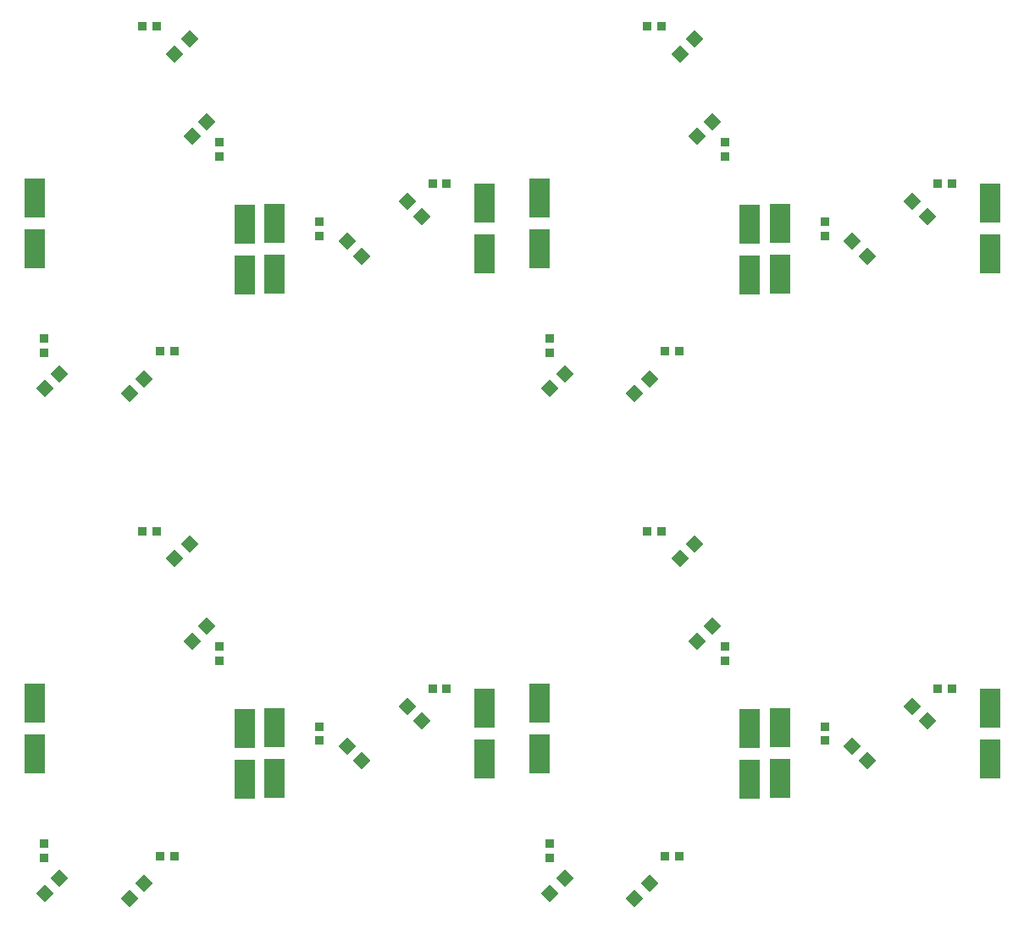
<source format=gbr>
G04*
G04 #@! TF.GenerationSoftware,Altium Limited,Altium Designer,23.1.1 (15)*
G04*
G04 Layer_Color=128*
%FSLAX25Y25*%
%MOIN*%
G70*
G04*
G04 #@! TF.SameCoordinates,E066B419-5711-4A73-A0CA-953248983CDD*
G04*
G04*
G04 #@! TF.FilePolarity,Positive*
G04*
G01*
G75*
%ADD13R,0.03788X0.03681*%
%ADD14R,0.07874X0.15748*%
%ADD15P,0.06681X4X360.0*%
%ADD16P,0.06681X4X90.0*%
%ADD17R,0.03681X0.03788*%
D13*
X109843Y155118D02*
D03*
Y149485D02*
D03*
X218110Y201242D02*
D03*
Y195609D02*
D03*
X178740Y227105D02*
D03*
Y232738D02*
D03*
X308661Y155118D02*
D03*
Y149485D02*
D03*
X416929Y201242D02*
D03*
Y195609D02*
D03*
X377559Y227105D02*
D03*
Y232738D02*
D03*
X109843Y353937D02*
D03*
Y348304D02*
D03*
X218110Y400061D02*
D03*
Y394428D02*
D03*
X178740Y425924D02*
D03*
Y431557D02*
D03*
X308661Y353937D02*
D03*
Y348304D02*
D03*
X416929Y400061D02*
D03*
Y394428D02*
D03*
X377559Y425924D02*
D03*
Y431557D02*
D03*
D14*
X105905Y210551D02*
D03*
Y190551D02*
D03*
X283071Y208583D02*
D03*
Y188583D02*
D03*
X188583Y180394D02*
D03*
Y200394D02*
D03*
X200394Y180709D02*
D03*
Y200709D02*
D03*
X304724Y210551D02*
D03*
Y190551D02*
D03*
X481890Y208583D02*
D03*
Y188583D02*
D03*
X387402Y180394D02*
D03*
Y200394D02*
D03*
X399213Y180709D02*
D03*
Y200709D02*
D03*
X105905Y409370D02*
D03*
Y389370D02*
D03*
X283071Y407402D02*
D03*
Y387402D02*
D03*
X188583Y379213D02*
D03*
Y399213D02*
D03*
X200394Y379528D02*
D03*
Y399528D02*
D03*
X304724Y409370D02*
D03*
Y389370D02*
D03*
X481890Y407402D02*
D03*
Y387402D02*
D03*
X387402Y379213D02*
D03*
Y399213D02*
D03*
X399213Y379528D02*
D03*
Y399528D02*
D03*
D15*
X252589Y209222D02*
D03*
X258435Y203376D02*
D03*
X228967Y193474D02*
D03*
X234813Y187628D02*
D03*
X451408Y209222D02*
D03*
X457254Y203376D02*
D03*
X427786Y193474D02*
D03*
X433632Y187628D02*
D03*
X252589Y408041D02*
D03*
X258435Y402195D02*
D03*
X228967Y392293D02*
D03*
X234813Y386447D02*
D03*
X451408Y408041D02*
D03*
X457254Y402195D02*
D03*
X427786Y392293D02*
D03*
X433632Y386447D02*
D03*
D16*
X143337Y133494D02*
D03*
X149183Y139340D02*
D03*
X109902Y135492D02*
D03*
X115748Y141339D02*
D03*
X166900Y273199D02*
D03*
X161053Y267353D02*
D03*
X167943Y234872D02*
D03*
X173789Y240718D02*
D03*
X342156Y133494D02*
D03*
X348002Y139340D02*
D03*
X308721Y135492D02*
D03*
X314567Y141339D02*
D03*
X365718Y273199D02*
D03*
X359872Y267353D02*
D03*
X366762Y234872D02*
D03*
X372608Y240718D02*
D03*
X143337Y332313D02*
D03*
X149183Y338159D02*
D03*
X109902Y334311D02*
D03*
X115748Y340158D02*
D03*
X166900Y472018D02*
D03*
X161053Y466171D02*
D03*
X167943Y433691D02*
D03*
X173789Y439537D02*
D03*
X342156Y332313D02*
D03*
X348002Y338159D02*
D03*
X308721Y334311D02*
D03*
X314567Y340158D02*
D03*
X365718Y472018D02*
D03*
X359872Y466171D02*
D03*
X366762Y433691D02*
D03*
X372608Y439537D02*
D03*
D17*
X160887Y150197D02*
D03*
X155254D02*
D03*
X148365Y278150D02*
D03*
X153998D02*
D03*
X268171Y216142D02*
D03*
X262538D02*
D03*
X359706Y150197D02*
D03*
X354073D02*
D03*
X347183Y278150D02*
D03*
X352817D02*
D03*
X466990Y216142D02*
D03*
X461357D02*
D03*
X160887Y349016D02*
D03*
X155254D02*
D03*
X148365Y476968D02*
D03*
X153998D02*
D03*
X268171Y414961D02*
D03*
X262538D02*
D03*
X359706Y349016D02*
D03*
X354073D02*
D03*
X347183Y476968D02*
D03*
X352817D02*
D03*
X466990Y414961D02*
D03*
X461357D02*
D03*
M02*

</source>
